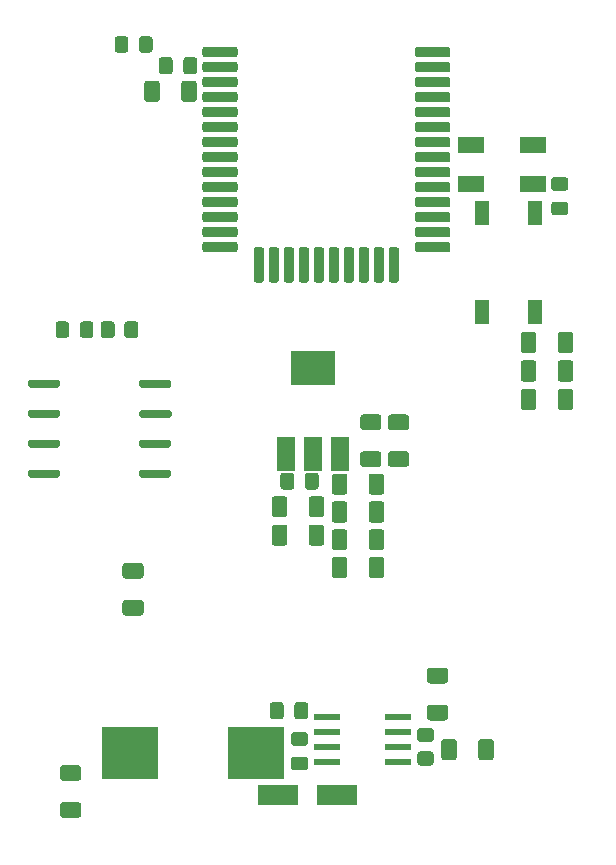
<source format=gtp>
G04 #@! TF.GenerationSoftware,KiCad,Pcbnew,(5.1.8)-1*
G04 #@! TF.CreationDate,2021-07-21T13:46:01+02:00*
G04 #@! TF.ProjectId,sensactOutdoor,73656e73-6163-4744-9f75-74646f6f722e,rev?*
G04 #@! TF.SameCoordinates,Original*
G04 #@! TF.FileFunction,Paste,Top*
G04 #@! TF.FilePolarity,Positive*
%FSLAX46Y46*%
G04 Gerber Fmt 4.6, Leading zero omitted, Abs format (unit mm)*
G04 Created by KiCad (PCBNEW (5.1.8)-1) date 2021-07-21 13:46:01*
%MOMM*%
%LPD*%
G01*
G04 APERTURE LIST*
%ADD10R,4.800000X4.500000*%
%ADD11R,1.300000X2.000000*%
%ADD12R,2.200000X1.400000*%
%ADD13R,2.200000X0.600000*%
%ADD14R,1.500000X3.000000*%
%ADD15R,3.800000X3.000000*%
%ADD16R,3.500000X1.800000*%
G04 APERTURE END LIST*
G36*
G01*
X56609000Y-92387000D02*
X55659000Y-92387000D01*
G75*
G02*
X55409000Y-92137000I0J250000D01*
G01*
X55409000Y-91462000D01*
G75*
G02*
X55659000Y-91212000I250000J0D01*
G01*
X56609000Y-91212000D01*
G75*
G02*
X56859000Y-91462000I0J-250000D01*
G01*
X56859000Y-92137000D01*
G75*
G02*
X56609000Y-92387000I-250000J0D01*
G01*
G37*
G36*
G01*
X56609000Y-94462000D02*
X55659000Y-94462000D01*
G75*
G02*
X55409000Y-94212000I0J250000D01*
G01*
X55409000Y-93537000D01*
G75*
G02*
X55659000Y-93287000I250000J0D01*
G01*
X56609000Y-93287000D01*
G75*
G02*
X56859000Y-93537000I0J-250000D01*
G01*
X56859000Y-94212000D01*
G75*
G02*
X56609000Y-94462000I-250000J0D01*
G01*
G37*
D10*
X52408400Y-92964000D03*
X41808400Y-92964000D03*
G36*
G01*
X37400001Y-95350000D02*
X36099999Y-95350000D01*
G75*
G02*
X35850000Y-95100001I0J249999D01*
G01*
X35850000Y-94274999D01*
G75*
G02*
X36099999Y-94025000I249999J0D01*
G01*
X37400001Y-94025000D01*
G75*
G02*
X37650000Y-94274999I0J-249999D01*
G01*
X37650000Y-95100001D01*
G75*
G02*
X37400001Y-95350000I-249999J0D01*
G01*
G37*
G36*
G01*
X37400001Y-98475000D02*
X36099999Y-98475000D01*
G75*
G02*
X35850000Y-98225001I0J249999D01*
G01*
X35850000Y-97399999D01*
G75*
G02*
X36099999Y-97150000I249999J0D01*
G01*
X37400001Y-97150000D01*
G75*
G02*
X37650000Y-97399999I0J-249999D01*
G01*
X37650000Y-98225001D01*
G75*
G02*
X37400001Y-98475000I-249999J0D01*
G01*
G37*
G36*
G01*
X68468001Y-87111000D02*
X67167999Y-87111000D01*
G75*
G02*
X66918000Y-86861001I0J249999D01*
G01*
X66918000Y-86035999D01*
G75*
G02*
X67167999Y-85786000I249999J0D01*
G01*
X68468001Y-85786000D01*
G75*
G02*
X68718000Y-86035999I0J-249999D01*
G01*
X68718000Y-86861001D01*
G75*
G02*
X68468001Y-87111000I-249999J0D01*
G01*
G37*
G36*
G01*
X68468001Y-90236000D02*
X67167999Y-90236000D01*
G75*
G02*
X66918000Y-89986001I0J249999D01*
G01*
X66918000Y-89160999D01*
G75*
G02*
X67167999Y-88911000I249999J0D01*
G01*
X68468001Y-88911000D01*
G75*
G02*
X68718000Y-89160999I0J-249999D01*
G01*
X68718000Y-89986001D01*
G75*
G02*
X68468001Y-90236000I-249999J0D01*
G01*
G37*
G36*
G01*
X71258000Y-93360001D02*
X71258000Y-92059999D01*
G75*
G02*
X71507999Y-91810000I249999J0D01*
G01*
X72333001Y-91810000D01*
G75*
G02*
X72583000Y-92059999I0J-249999D01*
G01*
X72583000Y-93360001D01*
G75*
G02*
X72333001Y-93610000I-249999J0D01*
G01*
X71507999Y-93610000D01*
G75*
G02*
X71258000Y-93360001I0J249999D01*
G01*
G37*
G36*
G01*
X68133000Y-93360001D02*
X68133000Y-92059999D01*
G75*
G02*
X68382999Y-91810000I249999J0D01*
G01*
X69208001Y-91810000D01*
G75*
G02*
X69458000Y-92059999I0J-249999D01*
G01*
X69458000Y-93360001D01*
G75*
G02*
X69208001Y-93610000I-249999J0D01*
G01*
X68382999Y-93610000D01*
G75*
G02*
X68133000Y-93360001I0J249999D01*
G01*
G37*
G36*
G01*
X68904000Y-33423000D02*
X68904000Y-33873000D01*
G75*
G02*
X68679000Y-34098000I-225000J0D01*
G01*
X66129000Y-34098000D01*
G75*
G02*
X65904000Y-33873000I0J225000D01*
G01*
X65904000Y-33423000D01*
G75*
G02*
X66129000Y-33198000I225000J0D01*
G01*
X68679000Y-33198000D01*
G75*
G02*
X68904000Y-33423000I0J-225000D01*
G01*
G37*
G36*
G01*
X68904000Y-34693000D02*
X68904000Y-35143000D01*
G75*
G02*
X68679000Y-35368000I-225000J0D01*
G01*
X66129000Y-35368000D01*
G75*
G02*
X65904000Y-35143000I0J225000D01*
G01*
X65904000Y-34693000D01*
G75*
G02*
X66129000Y-34468000I225000J0D01*
G01*
X68679000Y-34468000D01*
G75*
G02*
X68904000Y-34693000I0J-225000D01*
G01*
G37*
G36*
G01*
X68904000Y-35963000D02*
X68904000Y-36413000D01*
G75*
G02*
X68679000Y-36638000I-225000J0D01*
G01*
X66129000Y-36638000D01*
G75*
G02*
X65904000Y-36413000I0J225000D01*
G01*
X65904000Y-35963000D01*
G75*
G02*
X66129000Y-35738000I225000J0D01*
G01*
X68679000Y-35738000D01*
G75*
G02*
X68904000Y-35963000I0J-225000D01*
G01*
G37*
G36*
G01*
X68904000Y-37233000D02*
X68904000Y-37683000D01*
G75*
G02*
X68679000Y-37908000I-225000J0D01*
G01*
X66129000Y-37908000D01*
G75*
G02*
X65904000Y-37683000I0J225000D01*
G01*
X65904000Y-37233000D01*
G75*
G02*
X66129000Y-37008000I225000J0D01*
G01*
X68679000Y-37008000D01*
G75*
G02*
X68904000Y-37233000I0J-225000D01*
G01*
G37*
G36*
G01*
X68904000Y-38503000D02*
X68904000Y-38953000D01*
G75*
G02*
X68679000Y-39178000I-225000J0D01*
G01*
X66129000Y-39178000D01*
G75*
G02*
X65904000Y-38953000I0J225000D01*
G01*
X65904000Y-38503000D01*
G75*
G02*
X66129000Y-38278000I225000J0D01*
G01*
X68679000Y-38278000D01*
G75*
G02*
X68904000Y-38503000I0J-225000D01*
G01*
G37*
G36*
G01*
X68904000Y-39773000D02*
X68904000Y-40223000D01*
G75*
G02*
X68679000Y-40448000I-225000J0D01*
G01*
X66129000Y-40448000D01*
G75*
G02*
X65904000Y-40223000I0J225000D01*
G01*
X65904000Y-39773000D01*
G75*
G02*
X66129000Y-39548000I225000J0D01*
G01*
X68679000Y-39548000D01*
G75*
G02*
X68904000Y-39773000I0J-225000D01*
G01*
G37*
G36*
G01*
X68904000Y-41043000D02*
X68904000Y-41493000D01*
G75*
G02*
X68679000Y-41718000I-225000J0D01*
G01*
X66129000Y-41718000D01*
G75*
G02*
X65904000Y-41493000I0J225000D01*
G01*
X65904000Y-41043000D01*
G75*
G02*
X66129000Y-40818000I225000J0D01*
G01*
X68679000Y-40818000D01*
G75*
G02*
X68904000Y-41043000I0J-225000D01*
G01*
G37*
G36*
G01*
X68904000Y-42313000D02*
X68904000Y-42763000D01*
G75*
G02*
X68679000Y-42988000I-225000J0D01*
G01*
X66129000Y-42988000D01*
G75*
G02*
X65904000Y-42763000I0J225000D01*
G01*
X65904000Y-42313000D01*
G75*
G02*
X66129000Y-42088000I225000J0D01*
G01*
X68679000Y-42088000D01*
G75*
G02*
X68904000Y-42313000I0J-225000D01*
G01*
G37*
G36*
G01*
X68904000Y-43583000D02*
X68904000Y-44033000D01*
G75*
G02*
X68679000Y-44258000I-225000J0D01*
G01*
X66129000Y-44258000D01*
G75*
G02*
X65904000Y-44033000I0J225000D01*
G01*
X65904000Y-43583000D01*
G75*
G02*
X66129000Y-43358000I225000J0D01*
G01*
X68679000Y-43358000D01*
G75*
G02*
X68904000Y-43583000I0J-225000D01*
G01*
G37*
G36*
G01*
X68904000Y-44853000D02*
X68904000Y-45303000D01*
G75*
G02*
X68679000Y-45528000I-225000J0D01*
G01*
X66129000Y-45528000D01*
G75*
G02*
X65904000Y-45303000I0J225000D01*
G01*
X65904000Y-44853000D01*
G75*
G02*
X66129000Y-44628000I225000J0D01*
G01*
X68679000Y-44628000D01*
G75*
G02*
X68904000Y-44853000I0J-225000D01*
G01*
G37*
G36*
G01*
X68904000Y-46123000D02*
X68904000Y-46573000D01*
G75*
G02*
X68679000Y-46798000I-225000J0D01*
G01*
X66129000Y-46798000D01*
G75*
G02*
X65904000Y-46573000I0J225000D01*
G01*
X65904000Y-46123000D01*
G75*
G02*
X66129000Y-45898000I225000J0D01*
G01*
X68679000Y-45898000D01*
G75*
G02*
X68904000Y-46123000I0J-225000D01*
G01*
G37*
G36*
G01*
X68904000Y-47393000D02*
X68904000Y-47843000D01*
G75*
G02*
X68679000Y-48068000I-225000J0D01*
G01*
X66129000Y-48068000D01*
G75*
G02*
X65904000Y-47843000I0J225000D01*
G01*
X65904000Y-47393000D01*
G75*
G02*
X66129000Y-47168000I225000J0D01*
G01*
X68679000Y-47168000D01*
G75*
G02*
X68904000Y-47393000I0J-225000D01*
G01*
G37*
G36*
G01*
X68904000Y-48663000D02*
X68904000Y-49113000D01*
G75*
G02*
X68679000Y-49338000I-225000J0D01*
G01*
X66129000Y-49338000D01*
G75*
G02*
X65904000Y-49113000I0J225000D01*
G01*
X65904000Y-48663000D01*
G75*
G02*
X66129000Y-48438000I225000J0D01*
G01*
X68679000Y-48438000D01*
G75*
G02*
X68904000Y-48663000I0J-225000D01*
G01*
G37*
G36*
G01*
X68904000Y-49933000D02*
X68904000Y-50383000D01*
G75*
G02*
X68679000Y-50608000I-225000J0D01*
G01*
X66129000Y-50608000D01*
G75*
G02*
X65904000Y-50383000I0J225000D01*
G01*
X65904000Y-49933000D01*
G75*
G02*
X66129000Y-49708000I225000J0D01*
G01*
X68679000Y-49708000D01*
G75*
G02*
X68904000Y-49933000I0J-225000D01*
G01*
G37*
G36*
G01*
X64344000Y-53158000D02*
X63894000Y-53158000D01*
G75*
G02*
X63669000Y-52933000I0J225000D01*
G01*
X63669000Y-50383000D01*
G75*
G02*
X63894000Y-50158000I225000J0D01*
G01*
X64344000Y-50158000D01*
G75*
G02*
X64569000Y-50383000I0J-225000D01*
G01*
X64569000Y-52933000D01*
G75*
G02*
X64344000Y-53158000I-225000J0D01*
G01*
G37*
G36*
G01*
X63074000Y-53158000D02*
X62624000Y-53158000D01*
G75*
G02*
X62399000Y-52933000I0J225000D01*
G01*
X62399000Y-50383000D01*
G75*
G02*
X62624000Y-50158000I225000J0D01*
G01*
X63074000Y-50158000D01*
G75*
G02*
X63299000Y-50383000I0J-225000D01*
G01*
X63299000Y-52933000D01*
G75*
G02*
X63074000Y-53158000I-225000J0D01*
G01*
G37*
G36*
G01*
X61804000Y-53158000D02*
X61354000Y-53158000D01*
G75*
G02*
X61129000Y-52933000I0J225000D01*
G01*
X61129000Y-50383000D01*
G75*
G02*
X61354000Y-50158000I225000J0D01*
G01*
X61804000Y-50158000D01*
G75*
G02*
X62029000Y-50383000I0J-225000D01*
G01*
X62029000Y-52933000D01*
G75*
G02*
X61804000Y-53158000I-225000J0D01*
G01*
G37*
G36*
G01*
X60534000Y-53158000D02*
X60084000Y-53158000D01*
G75*
G02*
X59859000Y-52933000I0J225000D01*
G01*
X59859000Y-50383000D01*
G75*
G02*
X60084000Y-50158000I225000J0D01*
G01*
X60534000Y-50158000D01*
G75*
G02*
X60759000Y-50383000I0J-225000D01*
G01*
X60759000Y-52933000D01*
G75*
G02*
X60534000Y-53158000I-225000J0D01*
G01*
G37*
G36*
G01*
X59264000Y-53158000D02*
X58814000Y-53158000D01*
G75*
G02*
X58589000Y-52933000I0J225000D01*
G01*
X58589000Y-50383000D01*
G75*
G02*
X58814000Y-50158000I225000J0D01*
G01*
X59264000Y-50158000D01*
G75*
G02*
X59489000Y-50383000I0J-225000D01*
G01*
X59489000Y-52933000D01*
G75*
G02*
X59264000Y-53158000I-225000J0D01*
G01*
G37*
G36*
G01*
X57994000Y-53158000D02*
X57544000Y-53158000D01*
G75*
G02*
X57319000Y-52933000I0J225000D01*
G01*
X57319000Y-50383000D01*
G75*
G02*
X57544000Y-50158000I225000J0D01*
G01*
X57994000Y-50158000D01*
G75*
G02*
X58219000Y-50383000I0J-225000D01*
G01*
X58219000Y-52933000D01*
G75*
G02*
X57994000Y-53158000I-225000J0D01*
G01*
G37*
G36*
G01*
X56724000Y-53158000D02*
X56274000Y-53158000D01*
G75*
G02*
X56049000Y-52933000I0J225000D01*
G01*
X56049000Y-50383000D01*
G75*
G02*
X56274000Y-50158000I225000J0D01*
G01*
X56724000Y-50158000D01*
G75*
G02*
X56949000Y-50383000I0J-225000D01*
G01*
X56949000Y-52933000D01*
G75*
G02*
X56724000Y-53158000I-225000J0D01*
G01*
G37*
G36*
G01*
X55454000Y-53158000D02*
X55004000Y-53158000D01*
G75*
G02*
X54779000Y-52933000I0J225000D01*
G01*
X54779000Y-50383000D01*
G75*
G02*
X55004000Y-50158000I225000J0D01*
G01*
X55454000Y-50158000D01*
G75*
G02*
X55679000Y-50383000I0J-225000D01*
G01*
X55679000Y-52933000D01*
G75*
G02*
X55454000Y-53158000I-225000J0D01*
G01*
G37*
G36*
G01*
X54184000Y-53158000D02*
X53734000Y-53158000D01*
G75*
G02*
X53509000Y-52933000I0J225000D01*
G01*
X53509000Y-50383000D01*
G75*
G02*
X53734000Y-50158000I225000J0D01*
G01*
X54184000Y-50158000D01*
G75*
G02*
X54409000Y-50383000I0J-225000D01*
G01*
X54409000Y-52933000D01*
G75*
G02*
X54184000Y-53158000I-225000J0D01*
G01*
G37*
G36*
G01*
X52914000Y-53158000D02*
X52464000Y-53158000D01*
G75*
G02*
X52239000Y-52933000I0J225000D01*
G01*
X52239000Y-50383000D01*
G75*
G02*
X52464000Y-50158000I225000J0D01*
G01*
X52914000Y-50158000D01*
G75*
G02*
X53139000Y-50383000I0J-225000D01*
G01*
X53139000Y-52933000D01*
G75*
G02*
X52914000Y-53158000I-225000J0D01*
G01*
G37*
G36*
G01*
X47904000Y-50383000D02*
X47904000Y-49933000D01*
G75*
G02*
X48129000Y-49708000I225000J0D01*
G01*
X50679000Y-49708000D01*
G75*
G02*
X50904000Y-49933000I0J-225000D01*
G01*
X50904000Y-50383000D01*
G75*
G02*
X50679000Y-50608000I-225000J0D01*
G01*
X48129000Y-50608000D01*
G75*
G02*
X47904000Y-50383000I0J225000D01*
G01*
G37*
G36*
G01*
X47904000Y-49113000D02*
X47904000Y-48663000D01*
G75*
G02*
X48129000Y-48438000I225000J0D01*
G01*
X50679000Y-48438000D01*
G75*
G02*
X50904000Y-48663000I0J-225000D01*
G01*
X50904000Y-49113000D01*
G75*
G02*
X50679000Y-49338000I-225000J0D01*
G01*
X48129000Y-49338000D01*
G75*
G02*
X47904000Y-49113000I0J225000D01*
G01*
G37*
G36*
G01*
X47904000Y-47843000D02*
X47904000Y-47393000D01*
G75*
G02*
X48129000Y-47168000I225000J0D01*
G01*
X50679000Y-47168000D01*
G75*
G02*
X50904000Y-47393000I0J-225000D01*
G01*
X50904000Y-47843000D01*
G75*
G02*
X50679000Y-48068000I-225000J0D01*
G01*
X48129000Y-48068000D01*
G75*
G02*
X47904000Y-47843000I0J225000D01*
G01*
G37*
G36*
G01*
X47904000Y-46573000D02*
X47904000Y-46123000D01*
G75*
G02*
X48129000Y-45898000I225000J0D01*
G01*
X50679000Y-45898000D01*
G75*
G02*
X50904000Y-46123000I0J-225000D01*
G01*
X50904000Y-46573000D01*
G75*
G02*
X50679000Y-46798000I-225000J0D01*
G01*
X48129000Y-46798000D01*
G75*
G02*
X47904000Y-46573000I0J225000D01*
G01*
G37*
G36*
G01*
X47904000Y-45303000D02*
X47904000Y-44853000D01*
G75*
G02*
X48129000Y-44628000I225000J0D01*
G01*
X50679000Y-44628000D01*
G75*
G02*
X50904000Y-44853000I0J-225000D01*
G01*
X50904000Y-45303000D01*
G75*
G02*
X50679000Y-45528000I-225000J0D01*
G01*
X48129000Y-45528000D01*
G75*
G02*
X47904000Y-45303000I0J225000D01*
G01*
G37*
G36*
G01*
X47904000Y-44033000D02*
X47904000Y-43583000D01*
G75*
G02*
X48129000Y-43358000I225000J0D01*
G01*
X50679000Y-43358000D01*
G75*
G02*
X50904000Y-43583000I0J-225000D01*
G01*
X50904000Y-44033000D01*
G75*
G02*
X50679000Y-44258000I-225000J0D01*
G01*
X48129000Y-44258000D01*
G75*
G02*
X47904000Y-44033000I0J225000D01*
G01*
G37*
G36*
G01*
X47904000Y-42763000D02*
X47904000Y-42313000D01*
G75*
G02*
X48129000Y-42088000I225000J0D01*
G01*
X50679000Y-42088000D01*
G75*
G02*
X50904000Y-42313000I0J-225000D01*
G01*
X50904000Y-42763000D01*
G75*
G02*
X50679000Y-42988000I-225000J0D01*
G01*
X48129000Y-42988000D01*
G75*
G02*
X47904000Y-42763000I0J225000D01*
G01*
G37*
G36*
G01*
X47904000Y-41493000D02*
X47904000Y-41043000D01*
G75*
G02*
X48129000Y-40818000I225000J0D01*
G01*
X50679000Y-40818000D01*
G75*
G02*
X50904000Y-41043000I0J-225000D01*
G01*
X50904000Y-41493000D01*
G75*
G02*
X50679000Y-41718000I-225000J0D01*
G01*
X48129000Y-41718000D01*
G75*
G02*
X47904000Y-41493000I0J225000D01*
G01*
G37*
G36*
G01*
X47904000Y-40223000D02*
X47904000Y-39773000D01*
G75*
G02*
X48129000Y-39548000I225000J0D01*
G01*
X50679000Y-39548000D01*
G75*
G02*
X50904000Y-39773000I0J-225000D01*
G01*
X50904000Y-40223000D01*
G75*
G02*
X50679000Y-40448000I-225000J0D01*
G01*
X48129000Y-40448000D01*
G75*
G02*
X47904000Y-40223000I0J225000D01*
G01*
G37*
G36*
G01*
X47904000Y-38953000D02*
X47904000Y-38503000D01*
G75*
G02*
X48129000Y-38278000I225000J0D01*
G01*
X50679000Y-38278000D01*
G75*
G02*
X50904000Y-38503000I0J-225000D01*
G01*
X50904000Y-38953000D01*
G75*
G02*
X50679000Y-39178000I-225000J0D01*
G01*
X48129000Y-39178000D01*
G75*
G02*
X47904000Y-38953000I0J225000D01*
G01*
G37*
G36*
G01*
X47904000Y-37683000D02*
X47904000Y-37233000D01*
G75*
G02*
X48129000Y-37008000I225000J0D01*
G01*
X50679000Y-37008000D01*
G75*
G02*
X50904000Y-37233000I0J-225000D01*
G01*
X50904000Y-37683000D01*
G75*
G02*
X50679000Y-37908000I-225000J0D01*
G01*
X48129000Y-37908000D01*
G75*
G02*
X47904000Y-37683000I0J225000D01*
G01*
G37*
G36*
G01*
X47904000Y-36413000D02*
X47904000Y-35963000D01*
G75*
G02*
X48129000Y-35738000I225000J0D01*
G01*
X50679000Y-35738000D01*
G75*
G02*
X50904000Y-35963000I0J-225000D01*
G01*
X50904000Y-36413000D01*
G75*
G02*
X50679000Y-36638000I-225000J0D01*
G01*
X48129000Y-36638000D01*
G75*
G02*
X47904000Y-36413000I0J225000D01*
G01*
G37*
G36*
G01*
X47904000Y-35143000D02*
X47904000Y-34693000D01*
G75*
G02*
X48129000Y-34468000I225000J0D01*
G01*
X50679000Y-34468000D01*
G75*
G02*
X50904000Y-34693000I0J-225000D01*
G01*
X50904000Y-35143000D01*
G75*
G02*
X50679000Y-35368000I-225000J0D01*
G01*
X48129000Y-35368000D01*
G75*
G02*
X47904000Y-35143000I0J225000D01*
G01*
G37*
G36*
G01*
X47904000Y-33873000D02*
X47904000Y-33423000D01*
G75*
G02*
X48129000Y-33198000I225000J0D01*
G01*
X50679000Y-33198000D01*
G75*
G02*
X50904000Y-33423000I0J-225000D01*
G01*
X50904000Y-33873000D01*
G75*
G02*
X50679000Y-34098000I-225000J0D01*
G01*
X48129000Y-34098000D01*
G75*
G02*
X47904000Y-33873000I0J225000D01*
G01*
G37*
G36*
G01*
X77989000Y-63705501D02*
X77989000Y-62405499D01*
G75*
G02*
X78238999Y-62155500I249999J0D01*
G01*
X79064001Y-62155500D01*
G75*
G02*
X79314000Y-62405499I0J-249999D01*
G01*
X79314000Y-63705501D01*
G75*
G02*
X79064001Y-63955500I-249999J0D01*
G01*
X78238999Y-63955500D01*
G75*
G02*
X77989000Y-63705501I0J249999D01*
G01*
G37*
G36*
G01*
X74864000Y-63705501D02*
X74864000Y-62405499D01*
G75*
G02*
X75113999Y-62155500I249999J0D01*
G01*
X75939001Y-62155500D01*
G75*
G02*
X76189000Y-62405499I0J-249999D01*
G01*
X76189000Y-63705501D01*
G75*
G02*
X75939001Y-63955500I-249999J0D01*
G01*
X75113999Y-63955500D01*
G75*
G02*
X74864000Y-63705501I0J249999D01*
G01*
G37*
G36*
G01*
X77989000Y-61292501D02*
X77989000Y-59992499D01*
G75*
G02*
X78238999Y-59742500I249999J0D01*
G01*
X79064001Y-59742500D01*
G75*
G02*
X79314000Y-59992499I0J-249999D01*
G01*
X79314000Y-61292501D01*
G75*
G02*
X79064001Y-61542500I-249999J0D01*
G01*
X78238999Y-61542500D01*
G75*
G02*
X77989000Y-61292501I0J249999D01*
G01*
G37*
G36*
G01*
X74864000Y-61292501D02*
X74864000Y-59992499D01*
G75*
G02*
X75113999Y-59742500I249999J0D01*
G01*
X75939001Y-59742500D01*
G75*
G02*
X76189000Y-59992499I0J-249999D01*
G01*
X76189000Y-61292501D01*
G75*
G02*
X75939001Y-61542500I-249999J0D01*
G01*
X75113999Y-61542500D01*
G75*
G02*
X74864000Y-61292501I0J249999D01*
G01*
G37*
G36*
G01*
X77989000Y-58879501D02*
X77989000Y-57579499D01*
G75*
G02*
X78238999Y-57329500I249999J0D01*
G01*
X79064001Y-57329500D01*
G75*
G02*
X79314000Y-57579499I0J-249999D01*
G01*
X79314000Y-58879501D01*
G75*
G02*
X79064001Y-59129500I-249999J0D01*
G01*
X78238999Y-59129500D01*
G75*
G02*
X77989000Y-58879501I0J249999D01*
G01*
G37*
G36*
G01*
X74864000Y-58879501D02*
X74864000Y-57579499D01*
G75*
G02*
X75113999Y-57329500I249999J0D01*
G01*
X75939001Y-57329500D01*
G75*
G02*
X76189000Y-57579499I0J-249999D01*
G01*
X76189000Y-58879501D01*
G75*
G02*
X75939001Y-59129500I-249999J0D01*
G01*
X75113999Y-59129500D01*
G75*
G02*
X74864000Y-58879501I0J249999D01*
G01*
G37*
G36*
G01*
X62816501Y-65648000D02*
X61516499Y-65648000D01*
G75*
G02*
X61266500Y-65398001I0J249999D01*
G01*
X61266500Y-64572999D01*
G75*
G02*
X61516499Y-64323000I249999J0D01*
G01*
X62816501Y-64323000D01*
G75*
G02*
X63066500Y-64572999I0J-249999D01*
G01*
X63066500Y-65398001D01*
G75*
G02*
X62816501Y-65648000I-249999J0D01*
G01*
G37*
G36*
G01*
X62816501Y-68773000D02*
X61516499Y-68773000D01*
G75*
G02*
X61266500Y-68523001I0J249999D01*
G01*
X61266500Y-67697999D01*
G75*
G02*
X61516499Y-67448000I249999J0D01*
G01*
X62816501Y-67448000D01*
G75*
G02*
X63066500Y-67697999I0J-249999D01*
G01*
X63066500Y-68523001D01*
G75*
G02*
X62816501Y-68773000I-249999J0D01*
G01*
G37*
G36*
G01*
X65166001Y-65648000D02*
X63865999Y-65648000D01*
G75*
G02*
X63616000Y-65398001I0J249999D01*
G01*
X63616000Y-64572999D01*
G75*
G02*
X63865999Y-64323000I249999J0D01*
G01*
X65166001Y-64323000D01*
G75*
G02*
X65416000Y-64572999I0J-249999D01*
G01*
X65416000Y-65398001D01*
G75*
G02*
X65166001Y-65648000I-249999J0D01*
G01*
G37*
G36*
G01*
X65166001Y-68773000D02*
X63865999Y-68773000D01*
G75*
G02*
X63616000Y-68523001I0J249999D01*
G01*
X63616000Y-67697999D01*
G75*
G02*
X63865999Y-67448000I249999J0D01*
G01*
X65166001Y-67448000D01*
G75*
G02*
X65416000Y-67697999I0J-249999D01*
G01*
X65416000Y-68523001D01*
G75*
G02*
X65166001Y-68773000I-249999J0D01*
G01*
G37*
G36*
G01*
X61987000Y-77929501D02*
X61987000Y-76629499D01*
G75*
G02*
X62236999Y-76379500I249999J0D01*
G01*
X63062001Y-76379500D01*
G75*
G02*
X63312000Y-76629499I0J-249999D01*
G01*
X63312000Y-77929501D01*
G75*
G02*
X63062001Y-78179500I-249999J0D01*
G01*
X62236999Y-78179500D01*
G75*
G02*
X61987000Y-77929501I0J249999D01*
G01*
G37*
G36*
G01*
X58862000Y-77929501D02*
X58862000Y-76629499D01*
G75*
G02*
X59111999Y-76379500I249999J0D01*
G01*
X59937001Y-76379500D01*
G75*
G02*
X60187000Y-76629499I0J-249999D01*
G01*
X60187000Y-77929501D01*
G75*
G02*
X59937001Y-78179500I-249999J0D01*
G01*
X59111999Y-78179500D01*
G75*
G02*
X58862000Y-77929501I0J249999D01*
G01*
G37*
D11*
X76100500Y-47235000D03*
X71600500Y-47235000D03*
X71600500Y-55635000D03*
X76100500Y-55635000D03*
G36*
G01*
X78643500Y-45397000D02*
X77693500Y-45397000D01*
G75*
G02*
X77443500Y-45147000I0J250000D01*
G01*
X77443500Y-44472000D01*
G75*
G02*
X77693500Y-44222000I250000J0D01*
G01*
X78643500Y-44222000D01*
G75*
G02*
X78893500Y-44472000I0J-250000D01*
G01*
X78893500Y-45147000D01*
G75*
G02*
X78643500Y-45397000I-250000J0D01*
G01*
G37*
G36*
G01*
X78643500Y-47472000D02*
X77693500Y-47472000D01*
G75*
G02*
X77443500Y-47222000I0J250000D01*
G01*
X77443500Y-46547000D01*
G75*
G02*
X77693500Y-46297000I250000J0D01*
G01*
X78643500Y-46297000D01*
G75*
G02*
X78893500Y-46547000I0J-250000D01*
G01*
X78893500Y-47222000D01*
G75*
G02*
X78643500Y-47472000I-250000J0D01*
G01*
G37*
D12*
X70679000Y-44829000D03*
X70679000Y-41529000D03*
X75879000Y-41529000D03*
X75879000Y-44829000D03*
G36*
G01*
X35868200Y-69179500D02*
X35868200Y-69504500D01*
G75*
G02*
X35705700Y-69667000I-162500J0D01*
G01*
X33280700Y-69667000D01*
G75*
G02*
X33118200Y-69504500I0J162500D01*
G01*
X33118200Y-69179500D01*
G75*
G02*
X33280700Y-69017000I162500J0D01*
G01*
X35705700Y-69017000D01*
G75*
G02*
X35868200Y-69179500I0J-162500D01*
G01*
G37*
G36*
G01*
X35868200Y-66639500D02*
X35868200Y-66964500D01*
G75*
G02*
X35705700Y-67127000I-162500J0D01*
G01*
X33280700Y-67127000D01*
G75*
G02*
X33118200Y-66964500I0J162500D01*
G01*
X33118200Y-66639500D01*
G75*
G02*
X33280700Y-66477000I162500J0D01*
G01*
X35705700Y-66477000D01*
G75*
G02*
X35868200Y-66639500I0J-162500D01*
G01*
G37*
G36*
G01*
X35868200Y-64099500D02*
X35868200Y-64424500D01*
G75*
G02*
X35705700Y-64587000I-162500J0D01*
G01*
X33280700Y-64587000D01*
G75*
G02*
X33118200Y-64424500I0J162500D01*
G01*
X33118200Y-64099500D01*
G75*
G02*
X33280700Y-63937000I162500J0D01*
G01*
X35705700Y-63937000D01*
G75*
G02*
X35868200Y-64099500I0J-162500D01*
G01*
G37*
G36*
G01*
X35868200Y-61559500D02*
X35868200Y-61884500D01*
G75*
G02*
X35705700Y-62047000I-162500J0D01*
G01*
X33280700Y-62047000D01*
G75*
G02*
X33118200Y-61884500I0J162500D01*
G01*
X33118200Y-61559500D01*
G75*
G02*
X33280700Y-61397000I162500J0D01*
G01*
X35705700Y-61397000D01*
G75*
G02*
X35868200Y-61559500I0J-162500D01*
G01*
G37*
G36*
G01*
X45293200Y-61559500D02*
X45293200Y-61884500D01*
G75*
G02*
X45130700Y-62047000I-162500J0D01*
G01*
X42705700Y-62047000D01*
G75*
G02*
X42543200Y-61884500I0J162500D01*
G01*
X42543200Y-61559500D01*
G75*
G02*
X42705700Y-61397000I162500J0D01*
G01*
X45130700Y-61397000D01*
G75*
G02*
X45293200Y-61559500I0J-162500D01*
G01*
G37*
G36*
G01*
X45318200Y-64099500D02*
X45318200Y-64424500D01*
G75*
G02*
X45155700Y-64587000I-162500J0D01*
G01*
X42730700Y-64587000D01*
G75*
G02*
X42568200Y-64424500I0J162500D01*
G01*
X42568200Y-64099500D01*
G75*
G02*
X42730700Y-63937000I162500J0D01*
G01*
X45155700Y-63937000D01*
G75*
G02*
X45318200Y-64099500I0J-162500D01*
G01*
G37*
G36*
G01*
X45268200Y-66639500D02*
X45268200Y-66964500D01*
G75*
G02*
X45105700Y-67127000I-162500J0D01*
G01*
X42680700Y-67127000D01*
G75*
G02*
X42518200Y-66964500I0J162500D01*
G01*
X42518200Y-66639500D01*
G75*
G02*
X42680700Y-66477000I162500J0D01*
G01*
X45105700Y-66477000D01*
G75*
G02*
X45268200Y-66639500I0J-162500D01*
G01*
G37*
G36*
G01*
X45268200Y-69179500D02*
X45268200Y-69504500D01*
G75*
G02*
X45105700Y-69667000I-162500J0D01*
G01*
X42680700Y-69667000D01*
G75*
G02*
X42518200Y-69504500I0J162500D01*
G01*
X42518200Y-69179500D01*
G75*
G02*
X42680700Y-69017000I162500J0D01*
G01*
X45105700Y-69017000D01*
G75*
G02*
X45268200Y-69179500I0J-162500D01*
G01*
G37*
G36*
G01*
X41386997Y-80021000D02*
X42687003Y-80021000D01*
G75*
G02*
X42937000Y-80270997I0J-249997D01*
G01*
X42937000Y-81096003D01*
G75*
G02*
X42687003Y-81346000I-249997J0D01*
G01*
X41386997Y-81346000D01*
G75*
G02*
X41137000Y-81096003I0J249997D01*
G01*
X41137000Y-80270997D01*
G75*
G02*
X41386997Y-80021000I249997J0D01*
G01*
G37*
G36*
G01*
X41386997Y-76896000D02*
X42687003Y-76896000D01*
G75*
G02*
X42937000Y-77145997I0J-249997D01*
G01*
X42937000Y-77971003D01*
G75*
G02*
X42687003Y-78221000I-249997J0D01*
G01*
X41386997Y-78221000D01*
G75*
G02*
X41137000Y-77971003I0J249997D01*
G01*
X41137000Y-77145997D01*
G75*
G02*
X41386997Y-76896000I249997J0D01*
G01*
G37*
G36*
G01*
X42537800Y-33444601D02*
X42537800Y-32544599D01*
G75*
G02*
X42787799Y-32294600I249999J0D01*
G01*
X43437801Y-32294600D01*
G75*
G02*
X43687800Y-32544599I0J-249999D01*
G01*
X43687800Y-33444601D01*
G75*
G02*
X43437801Y-33694600I-249999J0D01*
G01*
X42787799Y-33694600D01*
G75*
G02*
X42537800Y-33444601I0J249999D01*
G01*
G37*
G36*
G01*
X40487800Y-33444601D02*
X40487800Y-32544599D01*
G75*
G02*
X40737799Y-32294600I249999J0D01*
G01*
X41387801Y-32294600D01*
G75*
G02*
X41637800Y-32544599I0J-249999D01*
G01*
X41637800Y-33444601D01*
G75*
G02*
X41387801Y-33694600I-249999J0D01*
G01*
X40737799Y-33694600D01*
G75*
G02*
X40487800Y-33444601I0J249999D01*
G01*
G37*
G36*
G01*
X37534000Y-57600001D02*
X37534000Y-56699999D01*
G75*
G02*
X37783999Y-56450000I249999J0D01*
G01*
X38434001Y-56450000D01*
G75*
G02*
X38684000Y-56699999I0J-249999D01*
G01*
X38684000Y-57600001D01*
G75*
G02*
X38434001Y-57850000I-249999J0D01*
G01*
X37783999Y-57850000D01*
G75*
G02*
X37534000Y-57600001I0J249999D01*
G01*
G37*
G36*
G01*
X35484000Y-57600001D02*
X35484000Y-56699999D01*
G75*
G02*
X35733999Y-56450000I249999J0D01*
G01*
X36384001Y-56450000D01*
G75*
G02*
X36634000Y-56699999I0J-249999D01*
G01*
X36634000Y-57600001D01*
G75*
G02*
X36384001Y-57850000I-249999J0D01*
G01*
X35733999Y-57850000D01*
G75*
G02*
X35484000Y-57600001I0J249999D01*
G01*
G37*
G36*
G01*
X40494000Y-56699999D02*
X40494000Y-57600001D01*
G75*
G02*
X40244001Y-57850000I-249999J0D01*
G01*
X39543999Y-57850000D01*
G75*
G02*
X39294000Y-57600001I0J249999D01*
G01*
X39294000Y-56699999D01*
G75*
G02*
X39543999Y-56450000I249999J0D01*
G01*
X40244001Y-56450000D01*
G75*
G02*
X40494000Y-56699999I0J-249999D01*
G01*
G37*
G36*
G01*
X42494000Y-56699999D02*
X42494000Y-57600001D01*
G75*
G02*
X42244001Y-57850000I-249999J0D01*
G01*
X41543999Y-57850000D01*
G75*
G02*
X41294000Y-57600001I0J249999D01*
G01*
X41294000Y-56699999D01*
G75*
G02*
X41543999Y-56450000I249999J0D01*
G01*
X42244001Y-56450000D01*
G75*
G02*
X42494000Y-56699999I0J-249999D01*
G01*
G37*
G36*
G01*
X61987000Y-75580003D02*
X61987000Y-74279997D01*
G75*
G02*
X62236997Y-74030000I249997J0D01*
G01*
X63062003Y-74030000D01*
G75*
G02*
X63312000Y-74279997I0J-249997D01*
G01*
X63312000Y-75580003D01*
G75*
G02*
X63062003Y-75830000I-249997J0D01*
G01*
X62236997Y-75830000D01*
G75*
G02*
X61987000Y-75580003I0J249997D01*
G01*
G37*
G36*
G01*
X58862000Y-75580003D02*
X58862000Y-74279997D01*
G75*
G02*
X59111997Y-74030000I249997J0D01*
G01*
X59937003Y-74030000D01*
G75*
G02*
X60187000Y-74279997I0J-249997D01*
G01*
X60187000Y-75580003D01*
G75*
G02*
X59937003Y-75830000I-249997J0D01*
G01*
X59111997Y-75830000D01*
G75*
G02*
X58862000Y-75580003I0J249997D01*
G01*
G37*
G36*
G01*
X61987000Y-73230503D02*
X61987000Y-71930497D01*
G75*
G02*
X62236997Y-71680500I249997J0D01*
G01*
X63062003Y-71680500D01*
G75*
G02*
X63312000Y-71930497I0J-249997D01*
G01*
X63312000Y-73230503D01*
G75*
G02*
X63062003Y-73480500I-249997J0D01*
G01*
X62236997Y-73480500D01*
G75*
G02*
X61987000Y-73230503I0J249997D01*
G01*
G37*
G36*
G01*
X58862000Y-73230503D02*
X58862000Y-71930497D01*
G75*
G02*
X59111997Y-71680500I249997J0D01*
G01*
X59937003Y-71680500D01*
G75*
G02*
X60187000Y-71930497I0J-249997D01*
G01*
X60187000Y-73230503D01*
G75*
G02*
X59937003Y-73480500I-249997J0D01*
G01*
X59111997Y-73480500D01*
G75*
G02*
X58862000Y-73230503I0J249997D01*
G01*
G37*
D13*
X58468000Y-93726000D03*
X58468000Y-92456000D03*
X58468000Y-91186000D03*
X58468000Y-89916000D03*
X64468000Y-89916000D03*
X64468000Y-91186000D03*
X64468000Y-92456000D03*
X64468000Y-93726000D03*
G36*
G01*
X44312000Y-36306997D02*
X44312000Y-37607003D01*
G75*
G02*
X44062003Y-37857000I-249997J0D01*
G01*
X43236997Y-37857000D01*
G75*
G02*
X42987000Y-37607003I0J249997D01*
G01*
X42987000Y-36306997D01*
G75*
G02*
X43236997Y-36057000I249997J0D01*
G01*
X44062003Y-36057000D01*
G75*
G02*
X44312000Y-36306997I0J-249997D01*
G01*
G37*
G36*
G01*
X47437000Y-36306997D02*
X47437000Y-37607003D01*
G75*
G02*
X47187003Y-37857000I-249997J0D01*
G01*
X46361997Y-37857000D01*
G75*
G02*
X46112000Y-37607003I0J249997D01*
G01*
X46112000Y-36306997D01*
G75*
G02*
X46361997Y-36057000I249997J0D01*
G01*
X47187003Y-36057000D01*
G75*
G02*
X47437000Y-36306997I0J-249997D01*
G01*
G37*
G36*
G01*
X45397000Y-34323000D02*
X45397000Y-35273000D01*
G75*
G02*
X45147000Y-35523000I-250000J0D01*
G01*
X44472000Y-35523000D01*
G75*
G02*
X44222000Y-35273000I0J250000D01*
G01*
X44222000Y-34323000D01*
G75*
G02*
X44472000Y-34073000I250000J0D01*
G01*
X45147000Y-34073000D01*
G75*
G02*
X45397000Y-34323000I0J-250000D01*
G01*
G37*
G36*
G01*
X47472000Y-34323000D02*
X47472000Y-35273000D01*
G75*
G02*
X47222000Y-35523000I-250000J0D01*
G01*
X46547000Y-35523000D01*
G75*
G02*
X46297000Y-35273000I0J250000D01*
G01*
X46297000Y-34323000D01*
G75*
G02*
X46547000Y-34073000I250000J0D01*
G01*
X47222000Y-34073000D01*
G75*
G02*
X47472000Y-34323000I0J-250000D01*
G01*
G37*
D14*
X54977000Y-67658000D03*
X59577000Y-67658000D03*
X57277000Y-67658000D03*
D15*
X57277000Y-60358000D03*
G36*
G01*
X55107000Y-73898997D02*
X55107000Y-75199003D01*
G75*
G02*
X54857003Y-75449000I-249997J0D01*
G01*
X54031997Y-75449000D01*
G75*
G02*
X53782000Y-75199003I0J249997D01*
G01*
X53782000Y-73898997D01*
G75*
G02*
X54031997Y-73649000I249997J0D01*
G01*
X54857003Y-73649000D01*
G75*
G02*
X55107000Y-73898997I0J-249997D01*
G01*
G37*
G36*
G01*
X58232000Y-73898997D02*
X58232000Y-75199003D01*
G75*
G02*
X57982003Y-75449000I-249997J0D01*
G01*
X57156997Y-75449000D01*
G75*
G02*
X56907000Y-75199003I0J249997D01*
G01*
X56907000Y-73898997D01*
G75*
G02*
X57156997Y-73649000I249997J0D01*
G01*
X57982003Y-73649000D01*
G75*
G02*
X58232000Y-73898997I0J-249997D01*
G01*
G37*
G36*
G01*
X55107000Y-71485997D02*
X55107000Y-72786003D01*
G75*
G02*
X54857003Y-73036000I-249997J0D01*
G01*
X54031997Y-73036000D01*
G75*
G02*
X53782000Y-72786003I0J249997D01*
G01*
X53782000Y-71485997D01*
G75*
G02*
X54031997Y-71236000I249997J0D01*
G01*
X54857003Y-71236000D01*
G75*
G02*
X55107000Y-71485997I0J-249997D01*
G01*
G37*
G36*
G01*
X58232000Y-71485997D02*
X58232000Y-72786003D01*
G75*
G02*
X57982003Y-73036000I-249997J0D01*
G01*
X57156997Y-73036000D01*
G75*
G02*
X56907000Y-72786003I0J249997D01*
G01*
X56907000Y-71485997D01*
G75*
G02*
X57156997Y-71236000I249997J0D01*
G01*
X57982003Y-71236000D01*
G75*
G02*
X58232000Y-71485997I0J-249997D01*
G01*
G37*
G36*
G01*
X55684000Y-69502000D02*
X55684000Y-70452000D01*
G75*
G02*
X55434000Y-70702000I-250000J0D01*
G01*
X54759000Y-70702000D01*
G75*
G02*
X54509000Y-70452000I0J250000D01*
G01*
X54509000Y-69502000D01*
G75*
G02*
X54759000Y-69252000I250000J0D01*
G01*
X55434000Y-69252000D01*
G75*
G02*
X55684000Y-69502000I0J-250000D01*
G01*
G37*
G36*
G01*
X57759000Y-69502000D02*
X57759000Y-70452000D01*
G75*
G02*
X57509000Y-70702000I-250000J0D01*
G01*
X56834000Y-70702000D01*
G75*
G02*
X56584000Y-70452000I0J250000D01*
G01*
X56584000Y-69502000D01*
G75*
G02*
X56834000Y-69252000I250000J0D01*
G01*
X57509000Y-69252000D01*
G75*
G02*
X57759000Y-69502000I0J-250000D01*
G01*
G37*
G36*
G01*
X61987000Y-70881003D02*
X61987000Y-69580997D01*
G75*
G02*
X62236997Y-69331000I249997J0D01*
G01*
X63062003Y-69331000D01*
G75*
G02*
X63312000Y-69580997I0J-249997D01*
G01*
X63312000Y-70881003D01*
G75*
G02*
X63062003Y-71131000I-249997J0D01*
G01*
X62236997Y-71131000D01*
G75*
G02*
X61987000Y-70881003I0J249997D01*
G01*
G37*
G36*
G01*
X58862000Y-70881003D02*
X58862000Y-69580997D01*
G75*
G02*
X59111997Y-69331000I249997J0D01*
G01*
X59937003Y-69331000D01*
G75*
G02*
X60187000Y-69580997I0J-249997D01*
G01*
X60187000Y-70881003D01*
G75*
G02*
X59937003Y-71131000I-249997J0D01*
G01*
X59111997Y-71131000D01*
G75*
G02*
X58862000Y-70881003I0J249997D01*
G01*
G37*
G36*
G01*
X54795000Y-88933000D02*
X54795000Y-89883000D01*
G75*
G02*
X54545000Y-90133000I-250000J0D01*
G01*
X53870000Y-90133000D01*
G75*
G02*
X53620000Y-89883000I0J250000D01*
G01*
X53620000Y-88933000D01*
G75*
G02*
X53870000Y-88683000I250000J0D01*
G01*
X54545000Y-88683000D01*
G75*
G02*
X54795000Y-88933000I0J-250000D01*
G01*
G37*
G36*
G01*
X56870000Y-88933000D02*
X56870000Y-89883000D01*
G75*
G02*
X56620000Y-90133000I-250000J0D01*
G01*
X55945000Y-90133000D01*
G75*
G02*
X55695000Y-89883000I0J250000D01*
G01*
X55695000Y-88933000D01*
G75*
G02*
X55945000Y-88683000I250000J0D01*
G01*
X56620000Y-88683000D01*
G75*
G02*
X56870000Y-88933000I0J-250000D01*
G01*
G37*
G36*
G01*
X66351999Y-92856000D02*
X67252001Y-92856000D01*
G75*
G02*
X67502000Y-93105999I0J-249999D01*
G01*
X67502000Y-93806001D01*
G75*
G02*
X67252001Y-94056000I-249999J0D01*
G01*
X66351999Y-94056000D01*
G75*
G02*
X66102000Y-93806001I0J249999D01*
G01*
X66102000Y-93105999D01*
G75*
G02*
X66351999Y-92856000I249999J0D01*
G01*
G37*
G36*
G01*
X66351999Y-90856000D02*
X67252001Y-90856000D01*
G75*
G02*
X67502000Y-91105999I0J-249999D01*
G01*
X67502000Y-91806001D01*
G75*
G02*
X67252001Y-92056000I-249999J0D01*
G01*
X66351999Y-92056000D01*
G75*
G02*
X66102000Y-91806001I0J249999D01*
G01*
X66102000Y-91105999D01*
G75*
G02*
X66351999Y-90856000I249999J0D01*
G01*
G37*
D16*
X59345200Y-96520000D03*
X54345200Y-96520000D03*
M02*

</source>
